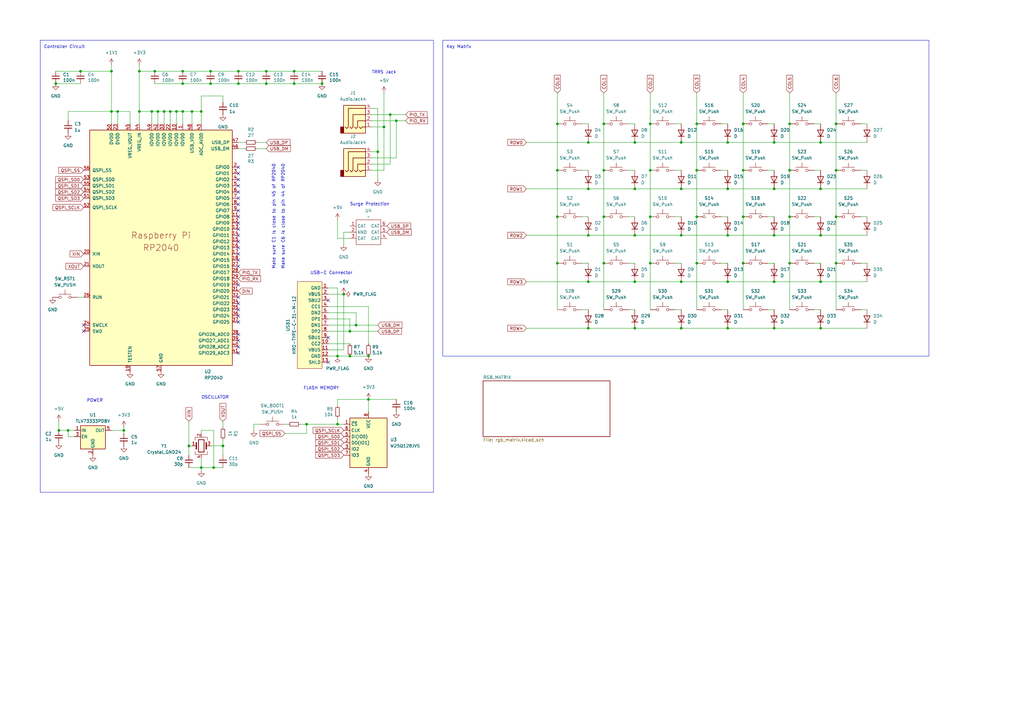
<source format=kicad_sch>
(kicad_sch (version 20231120) (generator "eeschema") (generator_version "8.0")
  (paper "A3")
  (junction (at 266.7 107.95))
  (junction (at 120.65 34.29))
  (junction (at 82.55 45.72))
  (junction (at 323.85 88.9))
  (junction (at 151.13 146.05))
  (junction (at 317.5 115.57))
  (junction (at 120.65 29.21))
  (junction (at 241.3 134.62))
  (junction (at 317.5 134.62))
  (junction (at 247.65 50.8))
  (junction (at 160.02 46.99))
  (junction (at 74.93 34.29))
  (junction (at 143.51 146.05))
  (junction (at 298.45 134.62))
  (junction (at 317.5 77.47))
  (junction (at 78.74 45.72))
  (junction (at 228.6 69.85))
  (junction (at 298.45 96.52))
  (junction (at 72.39 45.72))
  (junction (at 247.65 69.85))
  (junction (at 304.8 50.8))
  (junction (at 27.94 176.53))
  (junction (at 162.56 49.53))
  (junction (at 323.85 69.85))
  (junction (at 138.43 173.99))
  (junction (at 323.85 50.8))
  (junction (at 146.05 133.35))
  (junction (at 260.35 96.52))
  (junction (at 279.4 58.42))
  (junction (at 140.97 120.65))
  (junction (at 228.6 88.9))
  (junction (at 241.3 115.57))
  (junction (at 87.63 191.77))
  (junction (at 86.36 34.29))
  (junction (at 151.13 163.83))
  (junction (at 298.45 115.57))
  (junction (at 279.4 96.52))
  (junction (at 82.55 191.77))
  (junction (at 336.55 58.42))
  (junction (at 266.7 88.9))
  (junction (at 304.8 88.9))
  (junction (at 63.5 29.21))
  (junction (at 154.94 62.23))
  (junction (at 279.4 77.47))
  (junction (at 285.75 69.85))
  (junction (at 336.55 77.47))
  (junction (at 336.55 115.57))
  (junction (at 317.5 58.42))
  (junction (at 97.79 29.21))
  (junction (at 260.35 115.57))
  (junction (at 228.6 107.95))
  (junction (at 285.75 107.95))
  (junction (at 45.72 29.21))
  (junction (at 22.86 34.29))
  (junction (at 323.85 107.95))
  (junction (at 77.47 182.88))
  (junction (at 74.93 29.21))
  (junction (at 62.23 45.72))
  (junction (at 342.9 88.9))
  (junction (at 228.6 50.8))
  (junction (at 279.4 115.57))
  (junction (at 57.15 45.72))
  (junction (at 266.7 50.8))
  (junction (at 69.85 45.72))
  (junction (at 24.13 176.53))
  (junction (at 50.8 176.53))
  (junction (at 298.45 58.42))
  (junction (at 97.79 34.29))
  (junction (at 74.93 45.72))
  (junction (at 241.3 77.47))
  (junction (at 33.02 29.21))
  (junction (at 285.75 88.9))
  (junction (at 109.22 29.21))
  (junction (at 86.36 29.21))
  (junction (at 241.3 58.42))
  (junction (at 336.55 134.62))
  (junction (at 143.51 135.89))
  (junction (at 157.48 52.07))
  (junction (at 317.5 96.52))
  (junction (at 304.8 107.95))
  (junction (at 57.15 29.21))
  (junction (at 298.45 77.47))
  (junction (at 132.08 34.29))
  (junction (at 64.77 45.72))
  (junction (at 247.65 107.95))
  (junction (at 67.31 45.72))
  (junction (at 125.73 173.99))
  (junction (at 241.3 96.52))
  (junction (at 336.55 96.52))
  (junction (at 260.35 58.42))
  (junction (at 342.9 50.8))
  (junction (at 266.7 69.85))
  (junction (at 260.35 134.62))
  (junction (at 342.9 69.85))
  (junction (at 247.65 88.9))
  (junction (at 138.43 146.05))
  (junction (at 279.4 134.62))
  (junction (at 342.9 107.95))
  (junction (at 48.26 45.72))
  (junction (at 109.22 34.29))
  (junction (at 45.72 45.72))
  (junction (at 304.8 69.85))
  (junction (at 91.44 182.88))
  (junction (at 260.35 77.47))
  (junction (at 285.75 50.8))
  (no_connect (at 97.79 129.54))
  (no_connect (at 97.79 109.22))
  (no_connect (at 97.79 88.9))
  (no_connect (at 97.79 81.28))
  (no_connect (at 97.79 71.12))
  (no_connect (at 97.79 116.84))
  (no_connect (at 134.62 148.59))
  (no_connect (at 97.79 78.74))
  (no_connect (at 97.79 121.92))
  (no_connect (at 97.79 83.82))
  (no_connect (at 97.79 73.66))
  (no_connect (at 97.79 127))
  (no_connect (at 97.79 99.06))
  (no_connect (at 97.79 124.46))
  (no_connect (at 97.79 132.08))
  (no_connect (at 34.29 133.35))
  (no_connect (at 97.79 137.16))
  (no_connect (at 134.62 123.19))
  (no_connect (at 97.79 96.52))
  (no_connect (at 97.79 101.6))
  (no_connect (at 97.79 106.68))
  (no_connect (at 97.79 76.2))
  (no_connect (at 97.79 91.44))
  (no_connect (at 97.79 86.36))
  (no_connect (at 97.79 104.14))
  (no_connect (at 134.62 138.43))
  (no_connect (at 97.79 68.58))
  (no_connect (at 97.79 142.24))
  (no_connect (at 97.79 144.78))
  (no_connect (at 97.79 93.98))
  (no_connect (at 97.79 139.7))
  (no_connect (at 34.29 135.89))
  (wire (pts (xy 140.97 95.25) (xy 140.97 100.33)))
  (wire (pts (xy 342.9 50.8) (xy 342.9 69.85)))
  (wire (pts (xy 27.94 45.72) (xy 45.72 45.72)))
  (wire (pts (xy 143.51 97.79) (xy 138.43 97.79)))
  (wire (pts (xy 45.72 29.21) (xy 45.72 45.72)))
  (wire (pts (xy 314.96 107.95) (xy 317.5 107.95)))
  (wire (pts (xy 154.94 62.23) (xy 154.94 73.66)))
  (wire (pts (xy 342.9 88.9) (xy 342.9 107.95)))
  (wire (pts (xy 295.91 69.85) (xy 298.45 69.85)))
  (wire (pts (xy 72.39 45.72) (xy 72.39 50.8)))
  (wire (pts (xy 62.23 45.72) (xy 64.77 45.72)))
  (wire (pts (xy 334.01 50.8) (xy 336.55 50.8)))
  (wire (pts (xy 215.9 134.62) (xy 241.3 134.62)))
  (wire (pts (xy 166.37 46.99) (xy 160.02 46.99)))
  (wire (pts (xy 105.41 60.96) (xy 109.22 60.96)))
  (wire (pts (xy 22.86 29.21) (xy 33.02 29.21)))
  (wire (pts (xy 342.9 38.1) (xy 342.9 50.8)))
  (wire (pts (xy 266.7 107.95) (xy 266.7 127)))
  (wire (pts (xy 64.77 45.72) (xy 64.77 50.8)))
  (wire (pts (xy 24.13 172.72) (xy 24.13 176.53)))
  (wire (pts (xy 285.75 107.95) (xy 285.75 127)))
  (wire (pts (xy 298.45 115.57) (xy 317.5 115.57)))
  (wire (pts (xy 162.56 64.77) (xy 162.56 49.53)))
  (wire (pts (xy 336.55 115.57) (xy 355.6 115.57)))
  (wire (pts (xy 304.8 50.8) (xy 304.8 69.85)))
  (wire (pts (xy 276.86 50.8) (xy 279.4 50.8)))
  (wire (pts (xy 238.76 127) (xy 241.3 127)))
  (wire (pts (xy 67.31 45.72) (xy 69.85 45.72)))
  (wire (pts (xy 82.55 45.72) (xy 78.74 45.72)))
  (wire (pts (xy 120.65 34.29) (xy 132.08 34.29)))
  (wire (pts (xy 105.41 58.42) (xy 109.22 58.42)))
  (wire (pts (xy 276.86 88.9) (xy 279.4 88.9)))
  (wire (pts (xy 241.3 58.42) (xy 260.35 58.42)))
  (wire (pts (xy 109.22 34.29) (xy 120.65 34.29)))
  (wire (pts (xy 353.06 50.8) (xy 355.6 50.8)))
  (wire (pts (xy 266.7 38.1) (xy 266.7 50.8)))
  (wire (pts (xy 228.6 88.9) (xy 228.6 107.95)))
  (wire (pts (xy 323.85 69.85) (xy 323.85 88.9)))
  (wire (pts (xy 77.47 172.72) (xy 77.47 182.88)))
  (wire (pts (xy 63.5 34.29) (xy 74.93 34.29)))
  (wire (pts (xy 323.85 50.8) (xy 323.85 69.85)))
  (wire (pts (xy 91.44 172.72) (xy 91.44 175.26)))
  (wire (pts (xy 82.55 191.77) (xy 82.55 193.04)))
  (wire (pts (xy 317.5 77.47) (xy 336.55 77.47)))
  (wire (pts (xy 57.15 29.21) (xy 57.15 45.72)))
  (wire (pts (xy 152.4 64.77) (xy 162.56 64.77)))
  (wire (pts (xy 317.5 134.62) (xy 336.55 134.62)))
  (wire (pts (xy 334.01 127) (xy 336.55 127)))
  (wire (pts (xy 353.06 88.9) (xy 355.6 88.9)))
  (wire (pts (xy 276.86 107.95) (xy 279.4 107.95)))
  (wire (pts (xy 285.75 38.1) (xy 285.75 50.8)))
  (wire (pts (xy 45.72 50.8) (xy 45.72 45.72)))
  (wire (pts (xy 314.96 88.9) (xy 317.5 88.9)))
  (wire (pts (xy 45.72 45.72) (xy 48.26 45.72)))
  (wire (pts (xy 314.96 127) (xy 317.5 127)))
  (wire (pts (xy 295.91 127) (xy 298.45 127)))
  (wire (pts (xy 157.48 38.1) (xy 157.48 52.07)))
  (wire (pts (xy 134.62 128.27) (xy 146.05 128.27)))
  (wire (pts (xy 247.65 50.8) (xy 247.65 69.85)))
  (wire (pts (xy 298.45 77.47) (xy 317.5 77.47)))
  (wire (pts (xy 125.73 173.99) (xy 138.43 173.99)))
  (wire (pts (xy 257.81 69.85) (xy 260.35 69.85)))
  (wire (pts (xy 109.22 29.21) (xy 120.65 29.21)))
  (wire (pts (xy 323.85 88.9) (xy 323.85 107.95)))
  (wire (pts (xy 323.85 38.1) (xy 323.85 50.8)))
  (wire (pts (xy 77.47 182.88) (xy 78.74 182.88)))
  (wire (pts (xy 334.01 88.9) (xy 336.55 88.9)))
  (wire (pts (xy 238.76 50.8) (xy 241.3 50.8)))
  (wire (pts (xy 247.65 107.95) (xy 247.65 127)))
  (wire (pts (xy 152.4 62.23) (xy 154.94 62.23)))
  (wire (pts (xy 257.81 88.9) (xy 260.35 88.9)))
  (wire (pts (xy 295.91 50.8) (xy 298.45 50.8)))
  (wire (pts (xy 152.4 69.85) (xy 157.48 69.85)))
  (wire (pts (xy 57.15 45.72) (xy 57.15 50.8)))
  (wire (pts (xy 91.44 41.91) (xy 91.44 39.37)))
  (wire (pts (xy 238.76 107.95) (xy 241.3 107.95)))
  (wire (pts (xy 241.3 77.47) (xy 260.35 77.47)))
  (wire (pts (xy 228.6 69.85) (xy 228.6 88.9)))
  (wire (pts (xy 82.55 177.8) (xy 82.55 176.53)))
  (wire (pts (xy 285.75 88.9) (xy 285.75 107.95)))
  (wire (pts (xy 215.9 96.52) (xy 241.3 96.52)))
  (wire (pts (xy 228.6 50.8) (xy 228.6 69.85)))
  (wire (pts (xy 238.76 88.9) (xy 241.3 88.9)))
  (wire (pts (xy 323.85 107.95) (xy 323.85 127)))
  (wire (pts (xy 317.5 58.42) (xy 336.55 58.42)))
  (wire (pts (xy 151.13 125.73) (xy 134.62 125.73)))
  (wire (pts (xy 317.5 96.52) (xy 336.55 96.52)))
  (wire (pts (xy 215.9 115.57) (xy 241.3 115.57)))
  (wire (pts (xy 140.97 143.51) (xy 134.62 143.51)))
  (wire (pts (xy 22.86 34.29) (xy 33.02 34.29)))
  (wire (pts (xy 257.81 127) (xy 260.35 127)))
  (wire (pts (xy 152.4 67.31) (xy 160.02 67.31)))
  (wire (pts (xy 138.43 166.37) (xy 138.43 163.83)))
  (wire (pts (xy 77.47 182.88) (xy 77.47 186.69)))
  (wire (pts (xy 266.7 88.9) (xy 266.7 107.95)))
  (wire (pts (xy 97.79 58.42) (xy 100.33 58.42)))
  (wire (pts (xy 104.14 173.99) (xy 106.68 173.99)))
  (wire (pts (xy 82.55 50.8) (xy 82.55 45.72)))
  (wire (pts (xy 50.8 175.26) (xy 50.8 176.53)))
  (wire (pts (xy 30.48 179.07) (xy 27.94 179.07)))
  (wire (pts (xy 91.44 180.34) (xy 91.44 182.88)))
  (wire (pts (xy 279.4 77.47) (xy 298.45 77.47)))
  (wire (pts (xy 151.13 163.83) (xy 162.56 163.83)))
  (wire (pts (xy 279.4 115.57) (xy 298.45 115.57)))
  (wire (pts (xy 336.55 134.62) (xy 355.6 134.62)))
  (wire (pts (xy 91.44 39.37) (xy 82.55 39.37)))
  (wire (pts (xy 45.72 176.53) (xy 50.8 176.53)))
  (wire (pts (xy 57.15 29.21) (xy 63.5 29.21)))
  (wire (pts (xy 162.56 49.53) (xy 152.4 49.53)))
  (wire (pts (xy 260.35 115.57) (xy 279.4 115.57)))
  (wire (pts (xy 134.62 120.65) (xy 140.97 120.65)))
  (wire (pts (xy 304.8 107.95) (xy 304.8 127)))
  (wire (pts (xy 82.55 191.77) (xy 87.63 191.77)))
  (wire (pts (xy 266.7 50.8) (xy 266.7 69.85)))
  (wire (pts (xy 160.02 46.99) (xy 152.4 46.99)))
  (wire (pts (xy 57.15 45.72) (xy 62.23 45.72)))
  (wire (pts (xy 74.93 29.21) (xy 86.36 29.21)))
  (wire (pts (xy 82.55 39.37) (xy 82.55 45.72)))
  (wire (pts (xy 151.13 163.83) (xy 151.13 168.91)))
  (wire (pts (xy 342.9 107.95) (xy 342.9 127)))
  (wire (pts (xy 336.55 58.42) (xy 355.6 58.42)))
  (wire (pts (xy 215.9 77.47) (xy 241.3 77.47)))
  (wire (pts (xy 91.44 186.69) (xy 91.44 182.88)))
  (wire (pts (xy 317.5 115.57) (xy 336.55 115.57)))
  (wire (pts (xy 304.8 38.1) (xy 304.8 50.8)))
  (wire (pts (xy 157.48 69.85) (xy 157.48 52.07)))
  (wire (pts (xy 123.19 173.99) (xy 125.73 173.99)))
  (wire (pts (xy 276.86 69.85) (xy 279.4 69.85)))
  (wire (pts (xy 74.93 45.72) (xy 74.93 50.8)))
  (wire (pts (xy 353.06 69.85) (xy 355.6 69.85)))
  (wire (pts (xy 33.02 29.21) (xy 45.72 29.21)))
  (wire (pts (xy 279.4 96.52) (xy 298.45 96.52)))
  (wire (pts (xy 125.73 173.99) (xy 125.73 177.8)))
  (wire (pts (xy 279.4 58.42) (xy 298.45 58.42)))
  (wire (pts (xy 342.9 69.85) (xy 342.9 88.9)))
  (wire (pts (xy 304.8 88.9) (xy 304.8 107.95)))
  (wire (pts (xy 50.8 176.53) (xy 50.8 177.8)))
  (wire (pts (xy 86.36 34.29) (xy 97.79 34.29)))
  (wire (pts (xy 97.79 29.21) (xy 109.22 29.21)))
  (wire (pts (xy 279.4 134.62) (xy 298.45 134.62)))
  (wire (pts (xy 143.51 146.05) (xy 151.13 146.05)))
  (wire (pts (xy 82.55 187.96) (xy 82.55 191.77)))
  (wire (pts (xy 138.43 146.05) (xy 143.51 146.05)))
  (wire (pts (xy 69.85 50.8) (xy 69.85 45.72)))
  (wire (pts (xy 241.3 115.57) (xy 260.35 115.57)))
  (wire (pts (xy 298.45 58.42) (xy 317.5 58.42)))
  (wire (pts (xy 77.47 191.77) (xy 82.55 191.77)))
  (wire (pts (xy 334.01 107.95) (xy 336.55 107.95)))
  (wire (pts (xy 140.97 120.65) (xy 140.97 143.51)))
  (wire (pts (xy 138.43 146.05) (xy 138.43 118.11)))
  (wire (pts (xy 78.74 45.72) (xy 74.93 45.72)))
  (wire (pts (xy 247.65 38.1) (xy 247.65 50.8)))
  (wire (pts (xy 138.43 118.11) (xy 134.62 118.11)))
  (wire (pts (xy 63.5 29.21) (xy 74.93 29.21)))
  (wire (pts (xy 314.96 50.8) (xy 317.5 50.8)))
  (wire (pts (xy 266.7 69.85) (xy 266.7 88.9)))
  (wire (pts (xy 247.65 69.85) (xy 247.65 88.9)))
  (wire (pts (xy 154.94 44.45) (xy 154.94 62.23)))
  (wire (pts (xy 57.15 26.67) (xy 57.15 29.21)))
  (wire (pts (xy 298.45 134.62) (xy 317.5 134.62)))
  (wire (pts (xy 336.55 96.52) (xy 355.6 96.52)))
  (wire (pts (xy 146.05 133.35) (xy 154.94 133.35)))
  (wire (pts (xy 143.51 95.25) (xy 140.97 95.25)))
  (wire (pts (xy 241.3 134.62) (xy 260.35 134.62)))
  (wire (pts (xy 53.34 45.72) (xy 53.34 50.8)))
  (wire (pts (xy 74.93 34.29) (xy 86.36 34.29)))
  (wire (pts (xy 134.62 146.05) (xy 138.43 146.05)))
  (wire (pts (xy 152.4 44.45) (xy 154.94 44.45)))
  (wire (pts (xy 87.63 176.53) (xy 87.63 191.77)))
  (wire (pts (xy 257.81 50.8) (xy 260.35 50.8)))
  (wire (pts (xy 241.3 96.52) (xy 260.35 96.52)))
  (wire (pts (xy 78.74 45.72) (xy 78.74 50.8)))
  (wire (pts (xy 295.91 88.9) (xy 298.45 88.9)))
  (wire (pts (xy 48.26 45.72) (xy 53.34 45.72)))
  (wire (pts (xy 314.96 69.85) (xy 317.5 69.85)))
  (wire (pts (xy 87.63 191.77) (xy 91.44 191.77)))
  (wire (pts (xy 116.84 177.8) (xy 125.73 177.8)))
  (wire (pts (xy 247.65 88.9) (xy 247.65 107.95)))
  (wire (pts (xy 134.62 130.81) (xy 143.51 130.81)))
  (wire (pts (xy 260.35 58.42) (xy 279.4 58.42)))
  (wire (pts (xy 31.75 121.92) (xy 34.29 121.92)))
  (wire (pts (xy 228.6 107.95) (xy 228.6 127)))
  (wire (pts (xy 260.35 96.52) (xy 279.4 96.52)))
  (wire (pts (xy 257.81 107.95) (xy 260.35 107.95)))
  (wire (pts (xy 134.62 135.89) (xy 143.51 135.89)))
  (wire (pts (xy 138.43 171.45) (xy 138.43 173.99)))
  (wire (pts (xy 74.93 45.72) (xy 72.39 45.72)))
  (wire (pts (xy 160.02 67.31) (xy 160.02 46.99)))
  (wire (pts (xy 298.45 96.52) (xy 317.5 96.52)))
  (wire (pts (xy 336.55 77.47) (xy 355.6 77.47)))
  (wire (pts (xy 138.43 163.83) (xy 151.13 163.83)))
  (wire (pts (xy 27.94 176.53) (xy 30.48 176.53)))
  (wire (pts (xy 215.9 58.42) (xy 241.3 58.42)))
  (wire (pts (xy 285.75 50.8) (xy 285.75 69.85)))
  (wire (pts (xy 304.8 69.85) (xy 304.8 88.9)))
  (wire (pts (xy 143.51 130.81) (xy 143.51 135.89)))
  (wire (pts (xy 276.86 127) (xy 279.4 127)))
  (wire (pts (xy 45.72 26.67) (xy 45.72 29.21)))
  (wire (pts (xy 64.77 45.72) (xy 67.31 45.72)))
  (wire (pts (xy 82.55 176.53) (xy 87.63 176.53)))
  (wire (pts (xy 91.44 182.88) (xy 86.36 182.88)))
  (wire (pts (xy 228.6 38.1) (xy 228.6 50.8)))
  (wire (pts (xy 97.79 34.29) (xy 109.22 34.29)))
  (wire (pts (xy 353.06 107.95) (xy 355.6 107.95)))
  (wire (pts (xy 27.94 49.53) (xy 27.94 45.72)))
  (wire (pts (xy 152.4 52.07) (xy 157.48 52.07)))
  (wire (pts (xy 353.06 127) (xy 355.6 127)))
  (wire (pts (xy 138.43 97.79) (xy 138.43 90.17)))
  (wire (pts (xy 134.62 140.97) (xy 143.51 140.97)))
  (wire (pts (xy 285.75 69.85) (xy 285.75 88.9)))
  (wire (pts (xy 48.26 45.72) (xy 48.26 50.8)))
  (wire (pts (xy 104.14 176.53) (xy 104.14 173.99)))
  (wire (pts (xy 62.23 45.72) (xy 62.23 50.8)))
  (wire (pts (xy 86.36 29.21) (xy 97.79 29.21)))
  (wire (pts (xy 120.65 29.21) (xy 132.08 29.21)))
  (wire (pts (xy 143.51 135.89) (xy 154.94 135.89)))
  (wire (pts (xy 67.31 45.72) (xy 67.31 50.8)))
  (wire (pts (xy 134.62 133.35) (xy 146.05 133.35)))
  (wire (pts (xy 166.37 49.53) (xy 162.56 49.53)))
  (wire (pts (xy 151.13 140.97) (xy 151.13 125.73)))
  (wire (pts (xy 97.79 60.96) (xy 100.33 60.96)))
  (wire (pts (xy 146.05 128.27) (xy 146.05 133.35)))
  (wire (pts (xy 334.01 69.85) (xy 336.55 69.85)))
  (wire (pts (xy 69.85 45.72) (xy 72.39 45.72)))
  (wire (pts (xy 238.76 69.85) (xy 241.3 69.85)))
  (wire (pts (xy 138.43 173.99) (xy 140.97 173.99)))
  (wire (pts (xy 27.94 179.07) (xy 27.94 176.53)))
  (wire (pts (xy 116.84 173.99) (xy 118.11 173.99)))
  (wire (pts (xy 260.35 134.62) (xy 279.4 134.62)))
  (wire (pts (xy 24.13 176.53) (xy 27.94 176.53)))
  (wire (pts (xy 295.91 107.95) (xy 298.45 107.95)))
  (wire (pts (xy 260.35 77.47) (xy 279.4 77.47)))
  (rectangle (start 16.51 16.51) (end 177.8 201.93))
  (rectangle (start 181.61 16.51) (end 381 146.05))
  (text "Surge Protection" (at 151.638 83.82 0) (effects (font (size 1.27 1.27))))
  (text "Controller Circuit" (at 26.416 19.304 0) (effects (font (size 1.27 1.27))))
  (text "FLASH MEMORY" (at 124.46 160.02 0) (effects (font (size 1.27 1.27)) (justify left bottom)))
  (text "Make sure C1 is close to pin 45 of RP2040" (at 113.03 110.49 90) (effects (font (size 1.27 1.27)) (justify left bottom)))
  (text "USB-C Connector" (at 127.254 112.776 0) (effects (font (size 1.27 1.27)) (justify left bottom)))
  (text "OSCILLATOR\n" (at 82.55 163.83 0) (effects (font (size 1.27 1.27)) (justify left bottom)))
  (text "Key Matrix" (at 188.214 19.304 0) (effects (font (size 1.27 1.27))))
  (text "TRRS Jack" (at 157.48 29.718 0) (effects (font (size 1.27 1.27))))
  (text "Make sure C6 is close to pin 44 of RP2040" (at 116.84 110.49 90) (effects (font (size 1.27 1.27)) (justify left bottom)))
  (text "POWER\n" (at 35.56 165.1 0) (effects (font (size 1.27 1.27)) (justify left bottom)))
  (global_label "USB_DP" (shape input) (at 154.94 135.89 0) (property "Intersheetrefs" "${INTERSHEET_REFS}" (effects (hide yes))))
  (global_label "COL0" (shape input) (at 228.6 38.1 90) (property "Intersheetrefs" "${INTERSHEET_REFS}" (effects (hide yes))))
  (global_label "USB_DM" (shape input) (at 154.94 133.35 0) (property "Intersheetrefs" "${INTERSHEET_REFS}" (effects (hide yes))))
  (global_label "PIO_TX" (shape input) (at 166.37 46.99 0) (property "Intersheetrefs" "${INTERSHEET_REFS}" (effects (hide yes))))
  (global_label "QSPI_SD2" (shape input) (at 34.29 78.74 180) (property "Intersheetrefs" "${INTERSHEET_REFS}" (effects (hide yes))))
  (global_label "XIN" (shape input) (at 77.47 172.72 90) (property "Intersheetrefs" "${INTERSHEET_REFS}" (effects (hide yes))))
  (global_label "QSPI_SD2" (shape input) (at 140.97 184.15 180) (property "Intersheetrefs" "${INTERSHEET_REFS}" (effects (hide yes))))
  (global_label "USB_DM" (shape input) (at 158.75 95.25 0) (property "Intersheetrefs" "${INTERSHEET_REFS}" (effects (hide yes))))
  (global_label "XOUT" (shape input) (at 91.44 172.72 90) (property "Intersheetrefs" "${INTERSHEET_REFS}" (effects (hide yes))))
  (global_label "QSPI_SD3" (shape input) (at 140.97 186.69 180) (property "Intersheetrefs" "${INTERSHEET_REFS}" (effects (hide yes))))
  (global_label "QSPI_SD0" (shape input) (at 34.29 73.66 180) (property "Intersheetrefs" "${INTERSHEET_REFS}" (effects (hide yes))))
  (global_label "DIN" (shape input) (at 97.79 119.38 0) (property "Intersheetrefs" "${INTERSHEET_REFS}" (effects (hide yes))))
  (global_label "QSPI_SS" (shape input) (at 116.84 177.8 180) (property "Intersheetrefs" "${INTERSHEET_REFS}" (effects (hide yes))))
  (global_label "ROW1" (shape input) (at 215.9 77.47 180) (property "Intersheetrefs" "${INTERSHEET_REFS}" (effects (hide yes))))
  (global_label "QSPI_SCLK" (shape input) (at 140.97 176.53 180) (property "Intersheetrefs" "${INTERSHEET_REFS}" (effects (hide yes))))
  (global_label "QSPI_SD1" (shape input) (at 140.97 181.61 180) (property "Intersheetrefs" "${INTERSHEET_REFS}" (effects (hide yes))))
  (global_label "USB_DP" (shape input) (at 158.75 92.71 0) (property "Intersheetrefs" "${INTERSHEET_REFS}" (effects (hide yes))))
  (global_label "USB_DP" (shape input) (at 109.22 58.42 0) (property "Intersheetrefs" "${INTERSHEET_REFS}" (effects (hide yes))))
  (global_label "COL3" (shape input) (at 285.75 38.1 90) (property "Intersheetrefs" "${INTERSHEET_REFS}" (effects (hide yes))))
  (global_label "PIO_TX" (shape input) (at 97.79 111.76 0) (property "Intersheetrefs" "${INTERSHEET_REFS}" (effects (hide yes))))
  (global_label "XOUT" (shape input) (at 34.29 109.22 180) (property "Intersheetrefs" "${INTERSHEET_REFS}" (effects (hide yes))))
  (global_label "COL6" (shape input) (at 342.9 38.1 90) (property "Intersheetrefs" "${INTERSHEET_REFS}" (effects (hide yes))))
  (global_label "ROW0" (shape input) (at 215.9 58.42 180) (property "Intersheetrefs" "${INTERSHEET_REFS}" (effects (hide yes))))
  (global_label "COL1" (shape input) (at 247.65 38.1 90) (property "Intersheetrefs" "${INTERSHEET_REFS}" (effects (hide yes))))
  (global_label "PIO_RX" (shape input) (at 97.79 114.3 0) (property "Intersheetrefs" "${INTERSHEET_REFS}" (effects (hide yes))))
  (global_label "QSPI_SS" (shape input) (at 34.29 69.85 180) (property "Intersheetrefs" "${INTERSHEET_REFS}" (effects (hide yes))))
  (global_label "QSPI_SCLK" (shape input) (at 34.29 85.09 180) (property "Intersheetrefs" "${INTERSHEET_REFS}" (effects (hide yes))))
  (global_label "QSPI_SD3" (shape input) (at 34.29 81.28 180) (property "Intersheetrefs" "${INTERSHEET_REFS}" (effects (hide yes))))
  (global_label "ROW2" (shape input) (at 215.9 96.52 180) (property "Intersheetrefs" "${INTERSHEET_REFS}" (effects (hide yes))))
  (global_label "PIO_RX" (shape input) (at 166.37 49.53 0) (property "Intersheetrefs" "${INTERSHEET_REFS}" (effects (hide yes))))
  (global_label "QSPI_SD1" (shape input) (at 34.29 76.2 180) (property "Intersheetrefs" "${INTERSHEET_REFS}" (effects (hide yes))))
  (global_label "COL5" (shape input) (at 323.85 38.1 90) (property "Intersheetrefs" "${INTERSHEET_REFS}" (effects (hide yes))))
  (global_label "ROW3" (shape input) (at 215.9 115.57 180) (property "Intersheetrefs" "${INTERSHEET_REFS}" (effects (hide yes))))
  (global_label "COL4" (shape input) (at 304.8 38.1 90) (property "Intersheetrefs" "${INTERSHEET_REFS}" (effects (hide yes))))
  (global_label "QSPI_SD0" (shape input) (at 140.97 179.07 180) (property "Intersheetrefs" "${INTERSHEET_REFS}" (effects (hide yes))))
  (global_label "ROW4" (shape input) (at 215.9 134.62 180) (property "Intersheetrefs" "${INTERSHEET_REFS}" (effects (hide yes))))
  (global_label "COL2" (shape input) (at 266.7 38.1 90) (property "Intersheetrefs" "${INTERSHEET_REFS}" (effects (hide yes))))
  (global_label "USB_DM" (shape input) (at 109.22 60.96 0) (property "Intersheetrefs" "${INTERSHEET_REFS}" (effects (hide yes))))
  (global_label "XIN" (shape input) (at 34.29 104.14 180) (property "Intersheetrefs" "${INTERSHEET_REFS}" (effects (hide yes))))
  (symbol (lib_id "power:+5V") (at 24.13 172.72 0) (unit 1)
    (property "Reference" "#PWR03" (effects (hide yes)))
    (property "Value" "+5V" (at 24.13 167.64 0))
  )
  (symbol (lib_id "Device:C_Small") (at 63.5 31.75 0) (unit 1)
    (property "Reference" "C6" (at 66.421 30.5816 0) (effects (justify left)))
    (property "Value" "100n" (at 66.421 32.893 0) (effects (justify left)))
    (property "Footprint" "Capacitor_SMD:C_0402_1005Metric" (effects (hide yes)))
    (property "LCSC" "C1525" (effects (hide yes)))
  )
  (symbol (lib_id "Device:D") (at 336.55 111.76 90) (unit 1)
    (property "Reference" "D21" (at 339.09 110.4899 90) (effects (justify right)))
    (property "Value" "D" (at 339.09 113.0299 90) (effects (justify right)))
    (property "Footprint" "Diode_SMD:D_SOD-123F" (effects (hide yes)))
    (property "Description" "Diode" (effects (hide yes)))
    (property "Sim.Device" "D" (effects (hide yes)))
    (property "Sim.Pins" "1=K 2=A" (effects (hide yes)))
    (property "LCSC" "C33962554" (effects (hide yes)))
  )
  (symbol (lib_id "Device:D") (at 355.6 92.71 90) (unit 1)
    (property "Reference" "D25" (at 358.14 91.4399 90) (effects (justify right)))
    (property "Value" "D" (at 358.14 93.9799 90) (effects (justify right)))
    (property "Footprint" "Diode_SMD:D_SOD-123F" (effects (hide yes)))
    (property "Description" "Diode" (effects (hide yes)))
    (property "Sim.Device" "D" (effects (hide yes)))
    (property "Sim.Pins" "1=K 2=A" (effects (hide yes)))
    (property "LCSC" "C33962554" (effects (hide yes)))
  )
  (symbol (lib_id "Switch:SW_Push") (at 347.98 69.85 0) (unit 1)
    (property "Reference" "S26" (at 347.98 62.23 0))
    (property "Value" "SW_Push" (at 347.98 64.77 0))
    (property "Footprint" "daprice_keyswitches:Kailh_socket_PG1350_reversible" (effects (hide yes)))
    (property "Description" "Push button switch, generic, two pins" (effects (hide yes)))
  )
  (symbol (lib_id "Device:C_Small") (at 91.44 189.23 0) (unit 1)
    (property "Reference" "C11" (at 93.7768 188.0616 0) (effects (justify left)))
    (property "Value" "30p" (at 93.7768 190.373 0) (effects (justify left)))
    (property "Footprint" "Capacitor_SMD:C_0402_1005Metric" (effects (hide yes)))
    (property "LCSC" "C1570" (effects (hide yes)))
  )
  (symbol (lib_id "Switch:SW_Push") (at 328.93 88.9 0) (unit 1)
    (property "Reference" "S22" (at 328.93 81.28 0))
    (property "Value" "SW_Push" (at 328.93 83.82 0))
    (property "Footprint" "daprice_keyswitches:Kailh_socket_PG1350_reversible" (effects (hide yes)))
    (property "Description" "Push button switch, generic, two pins" (effects (hide yes)))
  )
  (symbol (lib_id "Device:C_Small") (at 120.65 31.75 0) (unit 1)
    (property "Reference" "C14" (at 123.571 30.5816 0) (effects (justify left)))
    (property "Value" "100n" (at 123.571 32.893 0) (effects (justify left)))
    (property "Footprint" "Capacitor_SMD:C_0402_1005Metric" (effects (hide yes)))
    (property "LCSC" "C1525" (effects (hide yes)))
  )
  (symbol (lib_id "Device:D") (at 336.55 130.81 90) (unit 1)
    (property "Reference" "D33" (at 339.09 129.5399 90) (effects (justify right)))
    (property "Value" "D" (at 339.09 132.0799 90) (effects (justify right)))
    (property "Footprint" "Diode_SMD:D_SOD-123F" (effects (hide yes)))
    (property "Description" "Diode" (effects (hide yes)))
    (property "Sim.Device" "D" (effects (hide yes)))
    (property "Sim.Pins" "1=K 2=A" (effects (hide yes)))
    (property "LCSC" "C33962554" (effects (hide yes)))
  )
  (symbol (lib_id "Switch:SW_Push") (at 309.88 50.8 0) (unit 1)
    (property "Reference" "S20" (at 309.88 43.18 0))
    (property "Value" "SW_Push" (at 309.88 45.72 0))
    (property "Footprint" "daprice_keyswitches:Kailh_socket_PG1350_reversible" (effects (hide yes)))
    (property "Description" "Push button switch, generic, two pins" (effects (hide yes)))
  )
  (symbol (lib_id "Device:C_Small") (at 22.86 31.75 0) (unit 1)
    (property "Reference" "C1" (at 25.781 30.5816 0) (effects (justify left)))
    (property "Value" "100n" (at 25.781 32.893 0) (effects (justify left)))
    (property "Footprint" "Capacitor_SMD:C_0402_1005Metric" (effects (hide yes)))
    (property "LCSC" "C1525" (effects (hide yes)))
  )
  (symbol (lib_id "Device:D") (at 241.3 54.61 90) (unit 1)
    (property "Reference" "D4" (at 243.84 53.3399 90) (effects (justify right)))
    (property "Value" "D" (at 243.84 55.8799 90) (effects (justify right)))
    (property "Footprint" "Diode_SMD:D_SOD-123F" (effects (hide yes)))
    (property "Description" "Diode" (effects (hide yes)))
    (property "Sim.Device" "D" (effects (hide yes)))
    (property "Sim.Pins" "1=K 2=A" (effects (hide yes)))
    (property "LCSC" "C33962554" (effects (hide yes)))
  )
  (symbol (lib_id "power:GND") (at 154.94 73.66 0) (unit 1)
    (property "Reference" "#PWR022" (effects (hide yes)))
    (property "Value" "GND" (at 154.94 78.74 0))
  )
  (symbol (lib_id "Device:D") (at 336.55 73.66 90) (unit 1)
    (property "Reference" "D23" (at 339.09 72.3899 90) (effects (justify right)))
    (property "Value" "D" (at 339.09 74.9299 90) (effects (justify right)))
    (property "Footprint" "Diode_SMD:D_SOD-123F" (effects (hide yes)))
    (property "Description" "Diode" (effects (hide yes)))
    (property "Sim.Device" "D" (effects (hide yes)))
    (property "Sim.Pins" "1=K 2=A" (effects (hide yes)))
    (property "LCSC" "C33962554" (effects (hide yes)))
  )
  (symbol (lib_id "power:GND") (at 27.94 54.61 0) (unit 1)
    (property "Reference" "#PWR05" (effects (hide yes)))
    (property "Value" "GND" (at 27.94 59.69 0))
  )
  (symbol (lib_id "power:+3V3") (at 57.15 26.67 0) (unit 1)
    (property "Reference" "#PWR011" (effects (hide yes)))
    (property "Value" "+3V3" (at 57.15 21.59 0))
  )
  (symbol (lib_id "Device:D") (at 241.3 111.76 90) (unit 1)
    (property "Reference" "D1" (at 243.84 110.4899 90) (effects (justify right)))
    (property "Value" "D" (at 243.84 113.0299 90) (effects (justify right)))
    (property "Footprint" "Diode_SMD:D_SOD-123F" (effects (hide yes)))
    (property "Description" "Diode" (effects (hide yes)))
    (property "Sim.Device" "D" (effects (hide yes)))
    (property "Sim.Pins" "1=K 2=A" (effects (hide yes)))
    (property "LCSC" "C33962554" (effects (hide yes)))
  )
  (symbol (lib_id "Switch:SW_Push") (at 233.68 69.85 0) (unit 1)
    (property "Reference" "S3" (at 233.68 62.23 0))
    (property "Value" "SW_Push" (at 233.68 64.77 0))
    (property "Footprint" "daprice_keyswitches:Kailh_socket_PG1350_reversible" (effects (hide yes)))
    (property "Description" "Push button switch, generic, two pins" (effects (hide yes)))
  )
  (symbol (lib_id "Device:D") (at 298.45 111.76 90) (unit 1)
    (property "Reference" "D13" (at 300.99 110.4899 90) (effects (justify right)))
    (property "Value" "D" (at 300.99 113.0299 90) (effects (justify right)))
    (property "Footprint" "Diode_SMD:D_SOD-123F" (effects (hide yes)))
    (property "Description" "Diode" (effects (hide yes)))
    (property "Sim.Device" "D" (effects (hide yes)))
    (property "Sim.Pins" "1=K 2=A" (effects (hide yes)))
    (property "LCSC" "C33962554" (effects (hide yes)))
  )
  (symbol (lib_id "Switch:SW_Push") (at 328.93 127 0) (unit 1)
    (property "Reference" "S33" (at 328.93 119.38 0))
    (property "Value" "SW_Push" (at 328.93 121.92 0))
    (property "Footprint" "daprice_keyswitches:Kailh_socket_PG1350_reversible" (effects (hide yes)))
    (property "Description" "Push button switch, generic, two pins" (effects (hide yes)))
  )
  (symbol (lib_id "Device:D") (at 355.6 130.81 90) (unit 1)
    (property "Reference" "D34" (at 358.14 129.5399 90) (effects (justify right)))
    (property "Value" "D" (at 358.14 132.0799 90) (effects (justify right)))
    (property "Footprint" "Diode_SMD:D_SOD-123F" (effects (hide yes)))
    (property "Description" "Diode" (effects (hide yes)))
    (property "Sim.Device" "D" (effects (hide yes)))
    (property "Sim.Pins" "1=K 2=A" (effects (hide yes)))
    (property "LCSC" "C33962554" (effects (hide yes)))
  )
  (symbol (lib_id "Switch:SW_Push") (at 252.73 50.8 0) (unit 1)
    (property "Reference" "S8" (at 252.73 43.18 0))
    (property "Value" "SW_Push" (at 252.73 45.72 0))
    (property "Footprint" "daprice_keyswitches:Kailh_socket_PG1350_reversible" (effects (hide yes)))
    (property "Description" "Push button switch, generic, two pins" (effects (hide yes)))
  )
  (symbol (lib_id "Device:R_Small") (at 120.65 173.99 270) (unit 1)
    (property "Reference" "R4" (at 120.65 168.7322 90))
    (property "Value" "1k" (at 120.65 171.0436 90))
    (property "Footprint" "Resistor_SMD:R_0402_1005Metric" (effects (hide yes)))
    (property "LCSC" "C11702" (effects (hide yes)))
  )
  (symbol (lib_id "Device:D") (at 336.55 54.61 90) (unit 1)
    (property "Reference" "D24" (at 339.09 53.3399 90) (effects (justify right)))
    (property "Value" "D" (at 339.09 55.8799 90) (effects (justify right)))
    (property "Footprint" "Diode_SMD:D_SOD-123F" (effects (hide yes)))
    (property "Description" "Diode" (effects (hide yes)))
    (property "Sim.Device" "D" (effects (hide yes)))
    (property "Sim.Pins" "1=K 2=A" (effects (hide yes)))
    (property "LCSC" "C33962554" (effects (hide yes)))
  )
  (symbol (lib_id "Device:C_Small") (at 86.36 31.75 0) (unit 1)
    (property "Reference" "C9" (at 89.281 30.5816 0) (effects (justify left)))
    (property "Value" "100n" (at 89.281 32.893 0) (effects (justify left)))
    (property "Footprint" "Capacitor_SMD:C_0402_1005Metric" (effects (hide yes)))
    (property "LCSC" "C1525" (effects (hide yes)))
  )
  (symbol (lib_id "Device:D") (at 260.35 73.66 90) (unit 1)
    (property "Reference" "D7" (at 262.89 72.3899 90) (effects (justify right)))
    (property "Value" "D" (at 262.89 74.9299 90) (effects (justify right)))
    (property "Footprint" "Diode_SMD:D_SOD-123F" (effects (hide yes)))
    (property "Description" "Diode" (effects (hide yes)))
    (property "Sim.Device" "D" (effects (hide yes)))
    (property "Sim.Pins" "1=K 2=A" (effects (hide yes)))
    (property "LCSC" "C33962554" (effects (hide yes)))
  )
  (symbol (lib_id "ergoSHIFT-rev2:HRO-TYPE-C-31-M-12") (at 127 114.3 0) (unit 1)
    (property "Reference" "USB1" (at 118.11 133.35 90))
    (property "Value" "HRO-TYPE-C-31-M-12" (at 120.65 133.35 90))
    (property "Footprint" "mzm_LCSC:USB-C_SMD-TYPE-C-31-M-12" (effects (hide yes)))
    (property "LCSC" "C165948" (effects (hide yes)))
  )
  (symbol (lib_id "Device:D") (at 317.5 111.76 90) (unit 1)
    (property "Reference" "D17" (at 320.04 110.4899 90) (effects (justify right)))
    (property "Value" "D" (at 320.04 113.0299 90) (effects (justify right)))
    (property "Footprint" "Diode_SMD:D_SOD-123F" (effects (hide yes)))
    (property "Description" "Diode" (effects (hide yes)))
    (property "Sim.Device" "D" (effects (hide yes)))
    (property "Sim.Pins" "1=K 2=A" (effects (hide yes)))
    (property "LCSC" "C33962554" (effects (hide yes)))
  )
  (symbol (lib_id "Switch:SW_Push") (at 252.73 127 0) (unit 1)
    (property "Reference" "S29" (at 252.73 119.38 0))
    (property "Value" "SW_Push" (at 252.73 121.92 0))
    (property "Footprint" "daprice_keyswitches:Kailh_socket_PG1350_reversible" (effects (hide yes)))
    (property "Description" "Push button switch, generic, two pins" (effects (hide yes)))
  )
  (symbol (lib_id "Device:D") (at 279.4 92.71 90) (unit 1)
    (property "Reference" "D10" (at 281.94 91.4399 90) (effects (justify right)))
    (property "Value" "D" (at 281.94 93.9799 90) (effects (justify right)))
    (property "Footprint" "Diode_SMD:D_SOD-123F" (effects (hide yes)))
    (property "Description" "Diode" (effects (hide yes)))
    (property "Sim.Device" "D" (effects (hide yes)))
    (property "Sim.Pins" "1=K 2=A" (effects (hide yes)))
    (property "LCSC" "C33962554" (effects (hide yes)))
  )
  (symbol (lib_id "Device:D") (at 279.4 73.66 90) (unit 1)
    (property "Reference" "D11" (at 281.94 72.3899 90) (effects (justify right)))
    (property "Value" "D" (at 281.94 74.9299 90) (effects (justify right)))
    (property "Footprint" "Diode_SMD:D_SOD-123F" (effects (hide yes)))
    (property "Description" "Diode" (effects (hide yes)))
    (property "Sim.Device" "D" (effects (hide yes)))
    (property "Sim.Pins" "1=K 2=A" (effects (hide yes)))
    (property "LCSC" "C33962554" (effects (hide yes)))
  )
  (symbol (lib_id "ergoSHIFT-rev2:RP2040") (at 66.04 101.6 0) (unit 1)
    (property "Reference" "U2" (at 83.82 152.4 0) (effects (justify left)))
    (property "Value" "RP2040" (at 83.82 154.94 0) (effects (justify left)))
    (property "Footprint" "RP2040:RP2040-QFN-56" (effects (hide yes)))
    (property "LCSC" "C2040" (effects (hide yes)))
  )
  (symbol (lib_id "Device:D") (at 241.3 130.81 90) (unit 1)
    (property "Reference" "D28" (at 243.84 129.5399 90) (effects (justify right)))
    (property "Value" "D" (at 243.84 132.0799 90) (effects (justify right)))
    (property "Footprint" "Diode_SMD:D_SOD-123F" (effects (hide yes)))
    (property "Description" "Diode" (effects (hide yes)))
    (property "Sim.Device" "D" (effects (hide yes)))
    (property "Sim.Pins" "1=K 2=A" (effects (hide yes)))
    (property "LCSC" "C33962554" (effects (hide yes)))
  )
  (symbol (lib_id "Switch:SW_Push") (at 252.73 107.95 0) (unit 1)
    (property "Reference" "S5" (at 252.73 100.33 0))
    (property "Value" "SW_Push" (at 252.73 102.87 0))
    (property "Footprint" "daprice_keyswitches:Kailh_socket_PG1350_reversible" (effects (hide yes)))
    (property "Description" "Push button switch, generic, two pins" (effects (hide yes)))
  )
  (symbol (lib_id "power:GND") (at 53.34 152.4 0) (unit 1)
    (property "Reference" "#PWR010" (effects (hide yes)))
    (property "Value" "GND" (at 53.34 157.48 0))
  )
  (symbol (lib_id "power:GND") (at 50.8 182.88 0) (unit 1)
    (property "Reference" "#PWR09" (effects (hide yes)))
    (property "Value" "GND" (at 50.8 187.96 0))
  )
  (symbol (lib_id "Switch:SW_Push") (at 233.68 127 0) (unit 1)
    (property "Reference" "S28" (at 233.68 119.38 0))
    (property "Value" "SW_Push" (at 233.68 121.92 0))
    (property "Footprint" "daprice_keyswitches:Kailh_socket_PG1350_reversible" (effects (hide yes)))
    (property "Description" "Push button switch, generic, two pins" (effects (hide yes)))
  )
  (symbol (lib_id "power:GND") (at 91.44 46.99 0) (unit 1)
    (property "Reference" "#PWR014" (effects (hide yes)))
    (property "Value" "GND" (at 91.44 52.07 0))
  )
  (symbol (lib_id "Device:C_Small") (at 109.22 31.75 0) (unit 1)
    (property "Reference" "C13" (at 112.141 30.5816 0) (effects (justify left)))
    (property "Value" "100n" (at 112.141 32.893 0) (effects (justify left)))
    (property "Footprint" "Capacitor_SMD:C_0402_1005Metric" (effects (hide yes)))
    (property "LCSC" "C1525" (effects (hide yes)))
  )
  (symbol (lib_id "Switch:SW_Push") (at 347.98 88.9 0) (unit 1)
    (property "Reference" "S25" (at 347.98 81.28 0))
    (property "Value" "SW_Push" (at 347.98 83.82 0))
    (property "Footprint" "daprice_keyswitches:Kailh_socket_PG1350_reversible" (effects (hide yes)))
    (property "Description" "Push button switch, generic, two pins" (effects (hide yes)))
  )
  (symbol (lib_id "Switch:SW_Push") (at 328.93 107.95 0) (unit 1)
    (property "Reference" "S21" (at 328.93 100.33 0))
    (property "Value" "SW_Push" (at 328.93 102.87 0))
    (property "Footprint" "daprice_keyswitches:Kailh_socket_PG1350_reversible" (effects (hide yes)))
    (property "Description" "Push button switch, generic, two pins" (effects (hide yes)))
  )
  (symbol (lib_id "Device:R_Small") (at 91.44 177.8 180) (unit 1)
    (property "Reference" "R1" (at 96.6978 177.8 90))
    (property "Value" "1k" (at 94.3864 177.8 90))
    (property "Footprint" "Resistor_SMD:R_0402_1005Metric" (effects (hide yes)))
    (property "LCSC" "C11702" (effects (hide yes)))
  )
  (symbol (lib_id "Device:D") (at 241.3 92.71 90) (unit 1)
    (property "Reference" "D2" (at 243.84 91.4399 90) (effects (justify right)))
    (property "Value" "D" (at 243.84 93.9799 90) (effects (justify right)))
    (property "Footprint" "Diode_SMD:D_SOD-123F" (effects (hide yes)))
    (property "Description" "Diode" (effects (hide yes)))
    (property "Sim.Device" "D" (effects (hide yes)))
    (property "Sim.Pins" "1=K 2=A" (effects (hide yes)))
    (property "LCSC" "C33962554" (effects (hide yes)))
  )
  (symbol (lib_id "power:GND") (at 22.86 34.29 0) (unit 1)
    (property "Reference" "#PWR02" (effects (hide yes)))
    (property "Value" "GND" (at 22.86 39.37 0))
  )
  (symbol (lib_id "Device:C_Small") (at 97.79 31.75 0) (unit 1)
    (property "Reference" "C12" (at 100.711 30.5816 0) (effects (justify left)))
    (property "Value" "100n" (at 100.711 32.893 0) (effects (justify left)))
    (property "Footprint" "Capacitor_SMD:C_0402_1005Metric" (effects (hide yes)))
    (property "LCSC" "C1525" (effects (hide yes)))
  )
  (symbol (lib_id "power:+3V3") (at 157.48 38.1 0) (mirror y) (unit 1)
    (property "Reference" "#PWR017" (effects (hide yes)))
    (property "Value" "+5V" (at 157.48 33.02 0))
  )
  (symbol (lib_id "Switch:SW_Push") (at 347.98 50.8 0) (unit 1)
    (property "Reference" "S27" (at 347.98 43.18 0))
    (property "Value" "SW_Push" (at 347.98 45.72 0))
    (property "Footprint" "daprice_keyswitches:Kailh_socket_PG1350_reversible" (effects (hide yes)))
    (property "Description" "Push button switch, generic, two pins" (effects (hide yes)))
  )
  (symbol (lib_id "Switch:SW_Push") (at 328.93 69.85 0) (unit 1)
    (property "Reference" "S23" (at 328.93 62.23 0))
    (property "Value" "SW_Push" (at 328.93 64.77 0))
    (property "Footprint" "daprice_keyswitches:Kailh_socket_PG1350_reversible" (effects (hide yes)))
    (property "Description" "Push button switch, generic, two pins" (effects (hide yes)))
  )
  (symbol (lib_id "Switch:SW_Push") (at 328.93 50.8 0) (unit 1)
    (property "Reference" "S24" (at 328.93 43.18 0))
    (property "Value" "SW_Push" (at 328.93 45.72 0))
    (property "Footprint" "daprice_keyswitches:Kailh_socket_PG1350_reversible" (effects (hide yes)))
    (property "Description" "Push button switch, generic, two pins" (effects (hide yes)))
  )
  (symbol (lib_id "Switch:SW_Push") (at 309.88 69.85 0) (unit 1)
    (property "Reference" "S19" (at 309.88 62.23 0))
    (property "Value" "SW_Push" (at 309.88 64.77 0))
    (property "Footprint" "daprice_keyswitches:Kailh_socket_PG1350_reversible" (effects (hide yes)))
    (property "Description" "Push button switch, generic, two pins" (effects (hide yes)))
  )
  (symbol (lib_id "power:GND") (at 24.13 181.61 0) (unit 1)
    (property "Reference" "#PWR04" (effects (hide yes)))
    (property "Value" "GND" (at 24.13 186.69 0))
  )
  (symbol (lib_id "Switch:SW_Push") (at 26.67 121.92 0) (unit 1)
    (property "Reference" "SW_RST1" (at 26.67 114.3 0))
    (property "Value" "SW_PUSH" (at 26.67 116.84 0))
    (property "Footprint" "mzm_misc:SW_Tactile_Yushakobo 3x6x4.3mm" (effects (hide yes)))
  )
  (symbol (lib_id "Device:D") (at 279.4 130.81 90) (unit 1)
    (property "Reference" "D30" (at 281.94 129.5399 90) (effects (justify right)))
    (property "Value" "D" (at 281.94 132.0799 90) (effects (justify right)))
    (property "Footprint" "Diode_SMD:D_SOD-123F" (effects (hide yes)))
    (property "Description" "Diode" (effects (hide yes)))
    (property "Sim.Device" "D" (effects (hide yes)))
    (property "Sim.Pins" "1=K 2=A" (effects (hide yes)))
    (property "LCSC" "C33962554" (effects (hide yes)))
  )
  (symbol (lib_id "Switch:SW_Push") (at 290.83 127 0) (unit 1)
    (property "Reference" "S31" (at 290.83 119.38 0))
    (property "Value" "SW_Push" (at 290.83 121.92 0))
    (property "Footprint" "daprice_keyswitches:Kailh_socket_PG1350_reversible" (effects (hide yes)))
    (property "Description" "Push button switch, generic, two pins" (effects (hide yes)))
  )
  (symbol (lib_id "power:PWR_FLAG") (at 138.43 146.05 180) (unit 1)
    (property "Reference" "#FLG01" (effects (hide yes)))
    (property "Value" "PWR_FLAG" (at 138.43 151.13 0))
  )
  (symbol (lib_id "Device:R_Small") (at 102.87 58.42 270) (unit 1)
    (property "Reference" "R2" (at 102.87 53.1622 90))
    (property "Value" "27" (at 102.87 55.4736 90))
    (property "Footprint" "Resistor_SMD:R_0402_1005Metric" (effects (hide yes)))
    (property "LCSC" "C138021" (effects (hide yes)))
  )
  (symbol (lib_id "power:GND") (at 82.55 193.04 0) (unit 1)
    (property "Reference" "#PWR013" (effects (hide yes)))
    (property "Value" "GND" (at 82.55 198.12 0))
  )
  (symbol (lib_id "Regulator_Linear:TLV73333PDBV") (at 38.1 179.07 0) (unit 1)
    (property "Reference" "U1" (at 38.1 170.18 0))
    (property "Value" "TLV73333PDBV" (at 38.1 172.72 0))
    (property "Footprint" "Package_TO_SOT_SMD:SOT-23-5" (effects (hide yes)))
    (property "Datasheet" "http://www.ti.com/lit/ds/symlink/tlv733p.pdf" (effects (hide yes)))
    (property "LCSC" "C134139" (effects (hide yes)))
  )
  (symbol (lib_id "Device:D") (at 260.35 130.81 90) (unit 1)
    (property "Reference" "D29" (at 262.89 129.5399 90) (effects (justify right)))
    (property "Value" "D" (at 262.89 132.0799 90) (effects (justify right)))
    (property "Footprint" "Diode_SMD:D_SOD-123F" (effects (hide yes)))
    (property "Description" "Diode" (effects (hide yes)))
    (property "Sim.Device" "D" (effects (hide yes)))
    (property "Sim.Pins" "1=K 2=A" (effects (hide yes)))
    (property "LCSC" "C33962554" (effects (hide yes)))
  )
  (symbol (lib_id "power:GND") (at 66.04 152.4 0) (unit 1)
    (property "Reference" "#PWR012" (effects (hide yes)))
    (property "Value" "GND" (at 66.04 157.48 0))
  )
  (symbol (lib_id "Device:D") (at 279.4 111.76 90) (unit 1)
    (property "Reference" "D9" (at 281.94 110.4899 90) (effects (justify right)))
    (property "Value" "D" (at 281.94 113.0299 90) (effects (justify right)))
    (property "Footprint" "Diode_SMD:D_SOD-123F" (effects (hide yes)))
    (property "Description" "Diode" (effects (hide yes)))
    (property "Sim.Device" "D" (effects (hide yes)))
    (property "Sim.Pins" "1=K 2=A" (effects (hide yes)))
    (property "LCSC" "C33962554" (effects (hide yes)))
  )
  (symbol (lib_id "Device:C_Small") (at 27.94 52.07 0) (unit 1)
    (property "Reference" "C3" (at 30.48 50.8063 0) (effects (justify left)))
    (property "Value" "1u" (at 30.48 53.3463 0) (effects (justify left)))
    (property "Footprint" "Capacitor_SMD:C_0402_1005Metric" (effects (hide yes)))
    (property "LCSC" "C52923" (effects (hide yes)))
  )
  (symbol (lib_id "Switch:SW_Push") (at 111.76 173.99 0) (unit 1)
    (property "Reference" "SW_BOOT1" (at 111.76 166.37 0))
    (property "Value" "SW_PUSH" (at 111.76 168.91 0))
    (property "Footprint" "mzm_misc:SW_Tactile_Yushakobo 3x6x4.3mm" (effects (hide yes)))
  )
  (symbol (lib_id "Device:D") (at 355.6 73.66 90) (unit 1)
    (property "Reference" "D26" (at 358.14 72.3899 90) (effects (justify right)))
    (property "Value" "D" (at 358.14 74.9299 90) (effects (justify right)))
    (property "Footprint" "Diode_SMD:D_SOD-123F" (effects (hide yes)))
    (property "Description" "Diode" (effects (hide yes)))
    (property "Sim.Device" "D" (effects (hide yes)))
    (property "Sim.Pins" "1=K 2=A" (effects (hide yes)))
    (property "LCSC" "C33962554" (effects (hide yes)))
  )
  (symbol (lib_id "Device:D") (at 317.5 73.66 90) (unit 1)
    (property "Reference" "D19" (at 320.04 72.3899 90) (effects (justify right)))
    (property "Value" "D" (at 320.04 74.9299 90) (effects (justify right)))
    (property "Footprint" "Diode_SMD:D_SOD-123F" (effects (hide yes)))
    (property "Description" "Diode" (effects (hide yes)))
    (property "Sim.Device" "D" (effects (hide yes)))
    (property "Sim.Pins" "1=K 2=A" (effects (hide yes)))
    (property "LCSC" "C33962554" (effects (hide yes)))
  )
  (symbol (lib_id "Connector_Audio:AudioJack4") (at 147.32 46.99 0) (unit 1)
    (property "Reference" "J1" (at 144.78 38.1 0))
    (property "Value" "AudioJack4" (at 144.78 40.64 0))
    (property "Footprint" "mzm_misc:TRRS_jack" (effects (hide yes)))
    (property "Description" "Audio Jack, 4 Poles (TRRS)" (effects (hide yes)))
  )
  (symbol (lib_id "Switch:SW_Push") (at 252.73 88.9 0) (unit 1)
    (property "Reference" "S6" (at 252.73 81.28 0))
    (property "Value" "SW_Push" (at 252.73 83.82 0))
    (property "Footprint" "daprice_keyswitches:Kailh_socket_PG1350_reversible" (effects (hide yes)))
    (property "Description" "Push button switch, generic, two pins" (effects (hide yes)))
  )
  (symbol (lib_id "Device:R_Small") (at 151.13 143.51 0) (unit 1)
    (property "Reference" "R9" (at 152.6286 142.3416 0) (effects (justify left)))
    (property "Value" "5.1k" (at 152.6286 144.653 0) (effects (justify left)))
    (property "Footprint" "Resistor_SMD:R_0402_1005Metric" (effects (hide yes)))
    (property "LCSC" "C25905" (effects (hide yes)))
  )
  (symbol (lib_id "power:GND") (at 162.56 168.91 0) (unit 1)
    (property "Reference" "#PWR023" (effects (hide yes)))
    (property "Value" "GND" (at 162.56 173.99 0))
  )
  (symbol (lib_id "Device:D") (at 298.45 73.66 90) (unit 1)
    (property "Reference" "D15" (at 300.99 72.3899 90) (effects (justify right)))
    (property "Value" "D" (at 300.99 74.9299 90) (effects (justify right)))
    (property "Footprint" "Diode_SMD:D_SOD-123F" (effects (hide yes)))
    (property "Description" "Diode" (effects (hide yes)))
    (property "Sim.Device" "D" (effects (hide yes)))
    (property "Sim.Pins" "1=K 2=A" (effects (hide yes)))
    (property "LCSC" "C33962554" (effects (hide yes)))
  )
  (symbol (lib_id "Switch:SW_Push") (at 271.78 50.8 0) (unit 1)
    (property "Reference" "S12" (at 271.78 43.18 0))
    (property "Value" "SW_Push" (at 271.78 45.72 0))
    (property "Footprint" "daprice_keyswitches:Kailh_socket_PG1350_reversible" (effects (hide yes)))
    (property "Description" "Push button switch, generic, two pins" (effects (hide yes)))
  )
  (symbol (lib_id "power:+5V") (at 140.97 120.65 0) (unit 1)
    (property "Reference" "#PWR018" (effects (hide yes)))
    (property "Value" "+5V" (at 140.97 115.57 0))
  )
  (symbol (lib_id "power:GND") (at 38.1 186.69 0) (unit 1)
    (property "Reference" "#PWR06" (effects (hide yes)))
    (property "Value" "GND" (at 38.1 191.77 0))
  )
  (symbol (lib_id "Switch:SW_Push") (at 233.68 50.8 0) (unit 1)
    (property "Reference" "S4" (at 233.68 43.18 0))
    (property "Value" "SW_Push" (at 233.68 45.72 0))
    (property "Footprint" "daprice_keyswitches:Kailh_socket_PG1350_reversible" (effects (hide yes)))
    (property "Description" "Push button switch, generic, two pins" (effects (hide yes)))
  )
  (symbol (lib_id "power:GND") (at 21.59 121.92 0) (unit 1)
    (property "Reference" "#PWR01" (effects (hide yes)))
    (property "Value" "GND" (at 21.59 127 0))
  )
  (symbol (lib_id "Switch:SW_Push") (at 290.83 69.85 0) (unit 1)
    (property "Reference" "S15" (at 290.83 62.23 0))
    (property "Value" "SW_Push" (at 290.83 64.77 0))
    (property "Footprint" "daprice_keyswitches:Kailh_socket_PG1350_reversible" (effects (hide yes)))
    (property "Description" "Push button switch, generic, two pins" (effects (hide yes)))
  )
  (symbol (lib_id "Switch:SW_Push") (at 233.68 107.95 0) (unit 1)
    (property "Reference" "S1" (at 233.68 100.33 0))
    (property "Value" "SW_Push" (at 233.68 102.87 0))
    (property "Footprint" "daprice_keyswitches:Kailh_socket_PG1350_reversible" (effects (hide yes)))
    (property "Description" "Push button switch, generic, two pins" (effects (hide yes)))
  )
  (symbol (lib_id "Switch:SW_Push") (at 309.88 107.95 0) (unit 1)
    (property "Reference" "S17" (at 309.88 100.33 0))
    (property "Value" "SW_Push" (at 309.88 102.87 0))
    (property "Footprint" "daprice_keyswitches:Kailh_socket_PG1350_reversible" (effects (hide yes)))
    (property "Description" "Push button switch, generic, two pins" (effects (hide yes)))
  )
  (symbol (lib_id "Device:C_Small") (at 162.56 166.37 0) (unit 1)
    (property "Reference" "C16" (at 165.481 165.2016 0) (effects (justify left)))
    (property "Value" "100n" (at 165.481 167.513 0) (effects (justify left)))
    (property "Footprint" "Capacitor_SMD:C_0402_1005Metric" (effects (hide yes)))
    (property "LCSC" "C1525" (effects (hide yes)))
  )
  (symbol (lib_id "Switch:SW_Push") (at 290.83 107.95 0) (unit 1)
    (property "Reference" "S13" (at 290.83 100.33 0))
    (property "Value" "SW_Push" (at 290.83 102.87 0))
    (property "Footprint" "daprice_keyswitches:Kailh_socket_PG1350_reversible" (effects (hide yes)))
    (property "Description" "Push button switch, generic, two pins" (effects (hide yes)))
  )
  (symbol (lib_id "Device:C_Small") (at 77.47 189.23 0) (mirror x) (unit 1)
    (property "Reference" "C8" (at 75.1332 188.0616 0) (effects (justify right)))
    (property "Value" "30p" (at 75.1332 190.373 0) (effects (justify right)))
    (property "Footprint" "Capacitor_SMD:C_0402_1005Metric" (effects (hide yes)))
    (property "LCSC" "C1570" (effects (hide yes)))
  )
  (symbol (lib_id "Device:D") (at 298.45 130.81 90) (unit 1)
    (property "Reference" "D31" (at 300.99 129.5399 90) (effects (justify right)))
    (property "Value" "D" (at 300.99 132.0799 90) (effects (justify right)))
    (property "Footprint" "Diode_SMD:D_SOD-123F" (effects (hide yes)))
    (property "Description" "Diode" (effects (hide yes)))
    (property "Sim.Device" "D" (effects (hide yes)))
    (property "Sim.Pins" "1=K 2=A" (effects (hide yes)))
    (property "LCSC" "C33962554" (effects (hide yes)))
  )
  (symbol (lib_id "Switch:SW_Push") (at 271.78 69.85 0) (unit 1)
    (property "Reference" "S11" (at 271.78 62.23 0))
    (property "Value" "SW_Push" (at 271.78 64.77 0))
    (property "Footprint" "daprice_keyswitches:Kailh_socket_PG1350_reversible" (effects (hide yes)))
    (property "Description" "Push button switch, generic, two pins" (effects (hide yes)))
  )
  (symbol (lib_id "power:GND") (at 151.13 194.31 0) (unit 1)
    (property "Reference" "#PWR021" (effects (hide yes)))
    (property "Value" "GND" (at 151.13 199.39 0))
  )
  (symbol (lib_id "Switch:SW_Push") (at 252.73 69.85 0) (unit 1)
    (property "Reference" "S7" (at 252.73 62.23 0))
    (property "Value" "SW_Push" (at 252.73 64.77 0))
    (property "Footprint" "daprice_keyswitches:Kailh_socket_PG1350_reversible" (effects (hide yes)))
    (property "Description" "Push button switch, generic, two pins" (effects (hide yes)))
  )
  (symbol (lib_id "Device:D") (at 355.6 54.61 90) (unit 1)
    (property "Reference" "D27" (at 358.14 53.3399 90) (effects (justify right)))
    (property "Value" "D" (at 358.14 55.8799 90) (effects (justify right)))
    (property "Footprint" "Diode_SMD:D_SOD-123F" (effects (hide yes)))
    (property "Description" "Diode" (effects (hide yes)))
    (property "Sim.Device" "D" (effects (hide yes)))
    (property "Sim.Pins" "1=K 2=A" (effects (hide yes)))
    (property "LCSC" "C33962554" (effects (hide yes)))
  )
  (symbol (lib_id "Device:C_Small") (at 132.08 31.75 0) (unit 1)
    (property "Reference" "C15" (at 135.001 30.5816 0) (effects (justify left)))
    (property "Value" "100n" (at 135.001 32.893 0) (effects (justify left)))
    (property "Footprint" "Capacitor_SMD:C_0402_1005Metric" (effects (hide yes)))
    (property "LCSC" "C1525" (effects (hide yes)))
  )
  (symbol (lib_id "power:GND") (at 140.97 100.33 0) (unit 1)
    (property "Reference" "#PWR094" (effects (hide yes)))
    (property "Value" "GND" (at 140.97 105.41 0))
  )
  (symbol (lib_id "Device:D") (at 241.3 73.66 90) (unit 1)
    (property "Reference" "D3" (at 243.84 72.3899 90) (effects (justify right)))
    (property "Value" "D" (at 243.84 74.9299 90) (effects (justify right)))
    (property "Footprint" "Diode_SMD:D_SOD-123F" (effects (hide yes)))
    (property "Description" "Diode" (effects (hide yes)))
    (property "Sim.Device" "D" (effects (hide yes)))
    (property "Sim.Pins" "1=K 2=A" (effects (hide yes)))
    (property "LCSC" "C33962554" (effects (hide yes)))
  )
  (symbol (lib_id "Switch:SW_Push") (at 309.88 127 0) (unit 1)
    (property "Reference" "S32" (at 309.88 119.38 0))
    (property "Value" "SW_Push" (at 309.88 121.92 0))
    (property "Footprint" "daprice_keyswitches:Kailh_socket_PG1350_reversible" (effects (hide yes)))
    (property "Description" "Push button switch, generic, two pins" (effects (hide yes)))
  )
  (symbol (lib_id "Device:C_Small") (at 50.8 180.34 0) (unit 1)
    (property "Reference" "C5" (at 53.721 179.1716 0) (effects (justify left)))
    (property "Value" "1u" (at 53.721 181.483 0) (effects (justify left)))
    (property "Footprint" "Capacitor_SMD:C_0402_1005Metric" (effects (hide yes)))
    (property "LCSC" "C52923" (effects (hide yes)))
  )
  (symbol (lib_id "Switch:SW_Push") (at 271.78 107.95 0) (unit 1)
    (property "Reference" "S9" (at 271.78 100.33 0))
    (property "Value" "SW_Push" (at 271.78 102.87 0))
    (property "Footprint" "daprice_keyswitches:Kailh_socket_PG1350_reversible" (effects (hide yes)))
    (property "Description" "Push button switch, generic, two pins" (effects (hide yes)))
  )
  (symbol (lib_id "Device:R_Small") (at 143.51 143.51 0) (unit 1)
    (property "Reference" "R7" (at 145.0086 142.3416 0) (effects (justify left)))
    (property "Value" "5.1k" (at 145.0086 144.653 0) (effects (justify left)))
    (property "Footprint" "Resistor_SMD:R_0402_1005Metric" (effects (hide yes)))
    (property "LCSC" "C25905" (effects (hide yes)))
  )
  (symbol (lib_id "Device:D") (at 336.55 92.71 90) (unit 1)
    (property "Reference" "D22" (at 339.09 91.4399 90) (effects (justify right)))
    (property "Value" "D" (at 339.09 93.9799 90) (effects (justify right)))
    (property "Footprint" "Diode_SMD:D_SOD-123F" (effects (hide yes)))
    (property "Description" "Diode" (effects (hide yes)))
    (property "Sim.Device" "D" (effects (hide yes)))
    (property "Sim.Pins" "1=K 2=A" (effects (hide yes)))
    (property "LCSC" "C33962554" (effects (hide yes)))
  )
  (symbol (lib_id "power:+3V3") (at 151.13 163.83 0) (unit 1)
    (property "Reference" "#PWR020" (effects (hide yes)))
    (property "Value" "+3V3" (at 151.13 158.75 0))
  )
  (symbol (lib_id "Device:D") (at 317.5 92.71 90) (unit 1)
    (property "Reference" "D18" (at 320.04 91.4399 90) (effects (justify right)))
    (property "Value" "D" (at 320.04 93.9799 90) (effects (justify right)))
    (property "Footprint" "Diode_SMD:D_SOD-123F" (effects (hide yes)))
    (property "Description" "Diode" (effects (hide yes)))
    (property "Sim.Device" "D" (effects (hide yes)))
    (property "Sim.Pins" "1=K 2=A" (effects (hide yes)))
    (property "LCSC" "C33962554" (effects (hide yes)))
  )
  (symbol (lib_id "Device:C_Small") (at 74.93 31.75 0) (unit 1)
    (property "Reference" "C7" (at 77.851 30.5816 0) (effects (justify left)))
    (property "Value" "100n" (at 77.851 32.893 0) (effects (justify left)))
    (property "Footprint" "Capacitor_SMD:C_0402_1005Metric" (effects (hide yes)))
    (property "LCSC" "C1525" (effects (hide yes)))
  )
  (symbol (lib_id "power:GND") (at 151.13 146.05 0) (unit 1)
    (property "Reference" "#PWR019" (effects (hide yes)))
    (property "Value" "GND" (at 151.13 151.13 0))
  )
  (symbol (lib_id "Device:D") (at 355.6 111.76 90) (unit 1)
    (property "Reference" "D35" (at 358.14 110.4899 90) (effects (justify right)))
    (property "Value" "D" (at 358.14 113.0299 90) (effects (justify right)))
    (property "Footprint" "Diode_SMD:D_SOD-123F" (effects (hide yes)))
    (property "Description" "Diode" (effects (hide yes)))
    (property "Sim.Device" "D" (effects (hide yes)))
    (property "Sim.Pins" "1=K 2=A" (effects (hide yes)))
    (property "LCSC" "C33962554" (effects (hide yes)))
  )
  (symbol (lib_id "Device:R_Small") (at 138.43 168.91 0) (mirror y) (unit 1)
    (property "Reference" "R5" (at 136.652 167.7416 0) (effects (justify left)))
    (property "Value" "10k" (at 136.652 170.053 0) (effects (justify left)))
    (property "Footprint" "Resistor_SMD:R_0402_1005Metric" (effects (hide yes)))
    (property "LCSC" "C25744" (effects (hide yes)))
  )
  (symbol (lib_id "Device:Crystal_GND24") (at 82.55 182.88 0) (unit 1)
    (property "Reference" "Y1" (at 67.31 182.88 0))
    (property "Value" "Crystal_GND24" (at 67.31 185.42 0))
    (property "Footprint" "Crystal:Crystal_SMD_3225-4Pin_3.2x2.5mm" (effects (hide yes)))
    (property "LCSC" "C9002" (effects (hide yes)))
  )
  (symbol (lib_id "Switch:SW_Push") (at 271.78 88.9 0) (unit 1)
    (property "Reference" "S10" (at 271.78 81.28 0))
    (property "Value" "SW_Push" (at 271.78 83.82 0))
    (property "Footprint" "daprice_keyswitches:Kailh_socket_PG1350_reversible" (effects (hide yes)))
    (property "Description" "Push button switch, generic, two pins" (effects (hide yes)))
  )
  (symbol (lib_id "power:+3V3") (at 138.43 90.17 0) (mirror y) (unit 1)
    (property "Reference" "#PWR095" (effects (hide yes)))
    (property "Value" "+5V" (at 138.43 85.09 0))
  )
  (symbol (lib_id "Switch:SW_Push") (at 347.98 127 0) (unit 1)
    (property "Reference" "S34" (at 347.98 119.38 0))
    (property "Value" "SW_Push" (at 347.98 121.92 0))
    (property "Footprint" "daprice_keyswitches:Kailh_socket_PG1350_reversible" (effects (hide yes)))
    (property "Description" "Push button switch, generic, two pins" (effects (hide yes)))
  )
  (symbol (lib_id "Switch:SW_Push") (at 271.78 127 0) (unit 1)
    (property "Reference" "S30" (at 271.78 119.38 0))
    (property "Value" "SW_Push" (at 271.78 121.92 0))
    (property "Footprint" "daprice_keyswitches:Kailh_socket_PG1350_reversible" (effects (hide yes)))
    (property "Description" "Push button switch, generic, two pins" (effects (hide yes)))
  )
  (symbol (lib_id "mzm_kicad:onsemi_SMF05CT1G") (at 151.13 95.25 0) (unit 1)
    (property "Reference" "U4" (at 151.13 86.36 0))
    (property "Value" "~" (at 151.13 88.9 0))
    (property "Footprint" "Keebio-Parts:SOT-363_SC-70-6" (effects (hide yes)))
  )
  (symbol (lib_id "Device:D") (at 298.45 92.71 90) (unit 1)
    (property "Reference" "D14" (at 300.99 91.4399 90) (effects (justify right)))
    (property "Value" "D" (at 300.99 93.9799 90) (effects (justify right)))
    (property "Footprint" "Diode_SMD:D_SOD-123F" (effects (hide yes)))
    (property "Description" "Diode" (effects (hide yes)))
    (property "Sim.Device" "D" (effects (hide yes)))
    (property "Sim.Pins" "1=K 2=A" (effects (hide yes)))
    (property "LCSC" "C33962554" (effects (hide yes)))
  )
  (symbol (lib_id "power:GND") (at 104.14 176.53 0) (unit 1)
    (property "Reference" "#PWR015" (effects (hide yes)))
    (property "Value" "GND" (at 104.14 181.61 0))
  )
  (symbol (lib_id "Device:D") (at 260.35 92.71 90) (unit 1)
    (property "Reference" "D6" (at 262.89 91.4399 90) (effects (justify right)))
    (property "Value" "D" (at 262.89 93.9799 90) (effects (justify right)))
    (property "Footprint" "Diode_SMD:D_SOD-123F" (effects (hide yes)))
    (property "Description" "Diode" (effects (hide yes)))
    (property "Sim.Device" "D" (effects (hide yes)))
    (property "Sim.Pins" "1=K 2=A" (effects (hide yes)))
    (property "LCSC" "C33962554" (effects (hide yes)))
  )
  (symbol (lib_id "Device:C_Small") (at 24.13 179.07 0) (mirror y) (unit 1)
    (property "Reference" "C2" (at 21.209 177.9016 0) (effects (justify left)))
    (property "Value" "1u" (at 21.209 180.213 0) (effects (justify left)))
    (property "Footprint" "Capacitor_SMD:C_0402_1005Metric" (effects (hide yes)))
    (property "LCSC" "C52923" (effects (hide yes)))
  )
  (symbol (lib_id "Device:D") (at 260.35 54.61 90) (unit 1)
    (property "Reference" "D8" (at 262.89 53.3399 90) (effects (justify right)))
    (property "Value" "D" (at 262.89 55.8799 90) (effects (justify right)))
    (property "Footprint" "Diode_SMD:D_SOD-123F" (effects (hide yes)))
    (property "Description" "Diode" (effects (hide yes)))
    (property "Sim.Device" "D" (effects (hide yes)))
    (property "Sim.Pins" "1=K 2=A" (effects (hide yes)))
    (property "LCSC" "C33962554" (effects (hide yes)))
  )
  (symbol (lib_name "AudioJack4_1") (lib_id "Connector_Audio:AudioJack4") (at 147.32 64.77 0) (unit 1)
    (property "Reference" "J2" (at 144.78 55.88 0))
    (property "Value" "AudioJack4" (at 144.78 58.42 0))
    (property "Footprint" "mzm_misc:TRRS_jack" (effects (hide yes)))
    (property "Description" "Audio Jack, 4 Poles (TRRS)" (effects (hide yes)))
  )
  (symbol (lib_id "power:+1V1") (at 45.72 26.67 0) (unit 1)
    (property "Reference" "#PWR07" (effects (hide yes)))
    (property "Value" "+1V1" (at 45.72 21.59 0))
  )
  (symbol (lib_id "Device:D") (at 298.45 54.61 90) (unit 1)
    (property "Reference" "D16" (at 300.99 53.3399 90) (effects (justify right)))
    (property "Value" "D" (at 300.99 55.8799 90) (effects (justify right)))
    (property "Footprint" "Diode_SMD:D_SOD-123F" (effects (hide yes)))
    (property "Description" "Diode" (effects (hide yes)))
    (property "Sim.Device" "D" (effects (hide yes)))
    (property "Sim.Pins" "1=K 2=A" (effects (hide yes)))
    (property "LCSC" "C33962554" (effects (hide yes)))
  )
  (symbol (lib_id "power:GND") (at 132.08 34.29 0) (unit 1)
    (property "Reference" "#PWR016" (effects (hide yes)))
    (property "Value" "GND" (at 132.08 39.37 0))
  )
  (symbol (lib_id "Switch:SW_Push") (at 290.83 88.9 0) (unit 1)
    (property "Reference" "S14" (at 290.83 81.28 0))
    (property "Value" "SW_Push" (at 290.83 83.82 0))
    (property "Footprint" "daprice_keyswitches:Kailh_socket_PG1350_reversible" (effects (hide yes)))
    (property "Description" "Push button switch, generic, two pins" (effects (hide yes)))
  )
  (symbol (lib_id "Switch:SW_Push") (at 347.98 107.95 0) (unit 1)
    (property "Reference" "S35" (at 347.98 100.33 0))
    (property "Value" "SW_Push" (at 347.98 102.87 0))
    (property "Footprint" "daprice_keyswitches:Kailh_socket_PG1350_reversible" (effects (hide yes)))
    (property "Description" "Push button switch, generic, two pins" (effects (hide yes)))
  )
  (symbol (lib_id "Device:C_Small") (at 33.02 31.75 0) (unit 1)
    (property "Reference" "C4" (at 35.941 30.5816 0) (effects (justify left)))
    (property "Value" "100n" (at 35.941 32.893 0) (effects (justify left)))
    (property "Footprint" "Capacitor_SMD:C_0402_1005Metric" (effects (hide yes)))
    (property "LCSC" "C1525" (effects (hide yes)))
  )
  (symbol (lib_id "Memory_Flash:W25Q128JVS") (at 151.13 181.61 0) (unit 1)
    (property "Reference" "U3" (at 160.02 180.34 0) (effects (justify left)))
    (property "Value" "W25Q128JVS" (at 160.02 182.88 0) (effects (justify left)))
    (property "Footprint" "Package_SO:SOIC-8_5.23x5.23mm_P1.27mm" (effects (hide yes)))
    (property "Datasheet" "http://www.winbond.com/resource-files/w25q128jv_dtr%20revc%2003272018%20plus.pdf" (effects (hide yes)))
    (property "LCSC" "C97521" (effects (hide yes)))
  )
  (symbol (lib_id "Switch:SW_Push") (at 233.68 88.9 0) (unit 1)
    (property "Reference" "S2" (at 233.68 81.28 0))
    (property "Value" "SW_Push" (at 233.68 83.82 0))
    (property "Footprint" "daprice_keyswitches:Kailh_socket_PG1350_reversible" (effects (hide yes)))
    (property "Description" "Push button switch, generic, two pins" (effects (hide yes)))
  )
  (symbol (lib_id "Device:C_Small") (at 91.44 44.45 0) (unit 1)
    (property "Reference" "C10" (at 93.98 43.1863 0) (effects (justify left)))
    (property "Value" "1u" (at 93.98 45.7263 0) (effects (justify left)))
    (property "Footprint" "Capacitor_SMD:C_0402_1005Metric" (effects (hide yes)))
    (property "LCSC" "C52923" (effects (hide yes)))
  )
  (symbol (lib_id "Device:D") (at 260.35 111.76 90) (unit 1)
    (property "Reference" "D5" (at 262.89 110.4899 90) (effects (justify right)))
    (property "Value" "D" (at 262.89 113.0299 90) (effects (justify right)))
    (property "Footprint" "Diode_SMD:D_SOD-123F" (effects (hide yes)))
    (property "Description" "Diode" (effects (hide yes)))
    (property "Sim.Device" "D" (effects (hide yes)))
    (property "Sim.Pins" "1=K 2=A" (effects (hide yes)))
    (property "LCSC" "C33962554" (effects (hide yes)))
  )
  (symbol (lib_id "Device:D") (at 279.4 54.61 90) (unit 1)
    (property "Reference" "D12" (at 281.94 53.3399 90) (effects (justify right)))
    (property "Value" "D" (at 281.94 55.8799 90) (effects (justify right)))
    (property "Footprint" "Diode_SMD:D_SOD-123F" (effects (hide yes)))
    (property "Description" "Diode" (effects (hide yes)))
    (property "Sim.Device" "D" (effects (hide yes)))
    (property "Sim.Pins" "1=K 2=A" (effects (hide yes)))
    (property "LCSC" "C33962554" (effects (hide yes)))
  )
  (symbol (lib_id "Device:D") (at 317.5 130.81 90) (unit 1)
    (property "Reference" "D32" (at 320.04 129.5399 90) (effects (justify right)))
    (property "Value" "D" (at 320.04 132.0799 90) (effects (justify right)))
    (property "Footprint" "Diode_SMD:D_SOD-123F" (effects (hide yes)))
    (property "Description" "Diode" (effects (hide yes)))
    (property "Sim.Device" "D" (effects (hide yes)))
    (property "Sim.Pins" "1=K 2=A" (effects (hide yes)))
    (property "LCSC" "C33962554" (effects (hide yes)))
  )
  (symbol (lib_id "power:+3V3") (at 50.8 175.26 0) (unit 1)
    (property "Reference" "#PWR08" (effects (hide yes)))
    (property "Value" "+3V3" (at 50.8 170.18 0))
  )
  (symbol (lib_id "Device:R_Small") (at 102.87 60.96 270) (mirror x) (unit 1)
    (property "Reference" "R3" (at 102.87 66.2178 90))
    (property "Value" "27" (at 102.87 63.9064 90))
    (property "Footprint" "Resistor_SMD:R_0402_1005Metric" (effects (hide yes)))
    (property "LCSC" "C138021" (effects (hide yes)))
  )
  (symbol (lib_id "power:PWR_FLAG") (at 140.97 120.65 270) (unit 1)
    (property "Reference" "#FLG02" (effects (hide yes)))
    (property "Value" "PWR_FLAG" (at 144.78 120.65 90) (effects (justify left)))
  )
  (symbol (lib_id "Switch:SW_Push") (at 309.88 88.9 0) (unit 1)
    (property "Reference" "S18" (at 309.88 81.28 0))
    (property "Value" "SW_Push" (at 309.88 83.82 0))
    (property "Footprint" "daprice_keyswitches:Kailh_socket_PG1350_reversible" (effects (hide yes)))
    (property "Description" "Push button switch, generic, two pins" (effects (hide yes)))
  )
  (symbol (lib_id "Switch:SW_Push") (at 290.83 50.8 0) (unit 1)
    (property "Reference" "S16" (at 290.83 43.18 0))
    (property "Value" "SW_Push" (at 290.83 45.72 0))
    (property "Footprint" "daprice_keyswitches:Kailh_socket_PG1350_reversible" (effects (hide yes)))
    (property "Description" "Push button switch, generic, two pins" (effects (hide yes)))
  )
  (symbol (lib_id "Device:D") (at 317.5 54.61 90) (unit 1)
    (property "Reference" "D20" (at 320.04 53.3399 90) (effects (justify right)))
    (property "Value" "D" (at 320.04 55.8799 90) (effects (justify right)))
    (property "Footprint" "Diode_SMD:D_SOD-123F" (effects (hide yes)))
    (property "Description" "Diode" (effects (hide yes)))
    (property "Sim.Device" "D" (effects (hide yes)))
    (property "Sim.Pins" "1=K 2=A" (effects (hide yes)))
    (property "LCSC" "C33962554" (effects (hide yes)))
  )
  (sheet (at 198.12 156.21) (size 52.07 22.86) (stroke (width 0.1524))
    (property "Sheetname" "RGB_MATRIX" (at 198.12 155.4984 0) (effects (justify left bottom)))
    (property "Sheetfile" "rgb_matrix.kicad_sch" (at 198.12 179.6546 0) (effects (justify left top)))
  )
)
</source>
